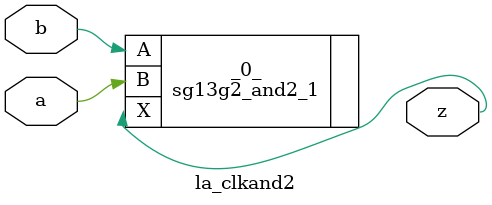
<source format=v>

/* Generated by Yosys 0.44 (git sha1 80ba43d26, g++ 11.4.0-1ubuntu1~22.04 -fPIC -O3) */

(* top =  1  *)
(* src = "generated" *)
(* keep_hierarchy *)
module la_clkand2 (
    a,
    b,
    z
);
  (* src = "generated" *)
  input a;
  wire a;
  (* src = "generated" *)
  input b;
  wire b;
  (* src = "generated" *)
  output z;
  wire z;
  sg13g2_and2_1 _0_ (
      .A(b),
      .B(a),
      .X(z)
  );
endmodule

</source>
